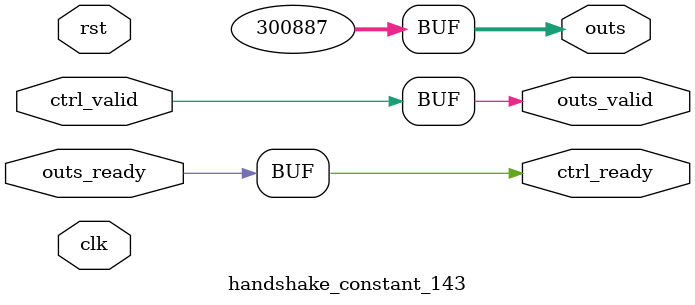
<source format=v>
`timescale 1ns / 1ps
module handshake_constant_143 #(
  parameter DATA_WIDTH = 32  // Default set to 32 bits
) (
  input                       clk,
  input                       rst,
  // Input Channel
  input                       ctrl_valid,
  output                      ctrl_ready,
  // Output Channel
  output [DATA_WIDTH - 1 : 0] outs,
  output                      outs_valid,
  input                       outs_ready
);
  assign outs       = 20'b01001001011101010111;
  assign outs_valid = ctrl_valid;
  assign ctrl_ready = outs_ready;

endmodule

</source>
